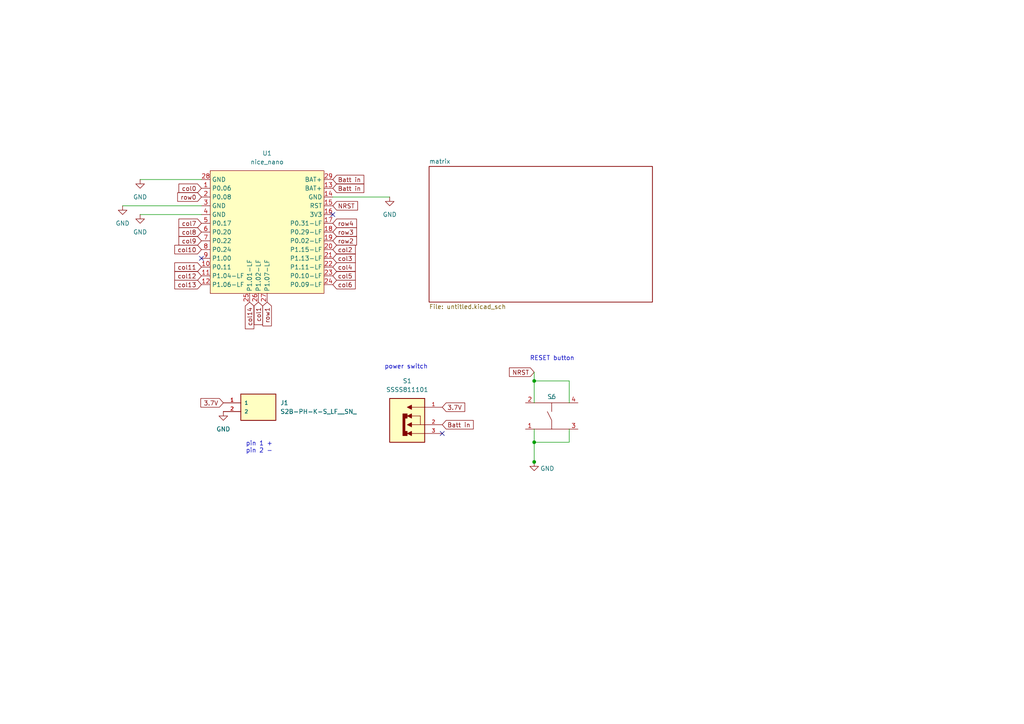
<source format=kicad_sch>
(kicad_sch (version 20231120) (generator "eeschema") (generator_version "8.0")
  (paper "A4")
  (lib_symbols
    (symbol "Custom:EVQ-PUA02K"
      (property "Reference" "S" (at 0 6.35 0))
      (symbol "EVQ-PUA02K_0_1"
        (polyline (pts (xy -5.08 -3.81) (xy 5.08 -3.81)))
        (polyline (pts (xy -5.08 3.81) (xy -5.08 3.81)))
        (polyline (pts (xy -5.08 3.81) (xy 5.08 3.81)))
        (polyline (pts (xy 0 -1.27) (xy 0 -3.81)))
        (polyline (pts (xy 0 -1.27) (xy 0 -1.27)))
        (polyline (pts (xy 0 -1.27) (xy 0 -1.27)))
        (polyline (pts (xy 5.08 3.81) (xy 5.08 3.81)))
        (polyline (pts (xy 0 3.81) (xy 0 1.27) (xy 1.27 -1.27)))
      )
      (symbol "EVQ-PUA02K_1_1"
        (pin passive line (at 5.08 3.81 0) (length 2.54) (name "") (number "1"))
        (pin passive line (at 5.08 -3.81 0) (length 2.54) (name "") (number "2"))
        (pin passive line (at -5.08 3.81 180) (length 2.54) (name "") (number "3"))
        (pin passive line (at -5.08 -3.81 180) (length 2.54) (name "") (number "4"))
      )
    )
    (symbol "GND_1" (power) (pin_numbers hide) (pin_names (offset 0) hide)
      (property "Value" "GND" (at 0 -3.81 0))
      (symbol "GND_1_0_1"
        (polyline (pts (xy 0 0) (xy 0 -1.27) (xy 1.27 -1.27) (xy 0 -2.54) (xy -1.27 -1.27) (xy 0 -1.27)))
      )
      (symbol "GND_1_1_1"
        (pin power_in line (at 0 0 270) (length 0) (name "~") (number "1"))
      )
    )
    (symbol "GND_2" (power) (pin_numbers hide) (pin_names (offset 0) hide)
      (property "Value" "GND" (at 0 -3.81 0))
      (symbol "GND_2_0_1"
        (polyline (pts (xy 0 0) (xy 0 -1.27) (xy 1.27 -1.27) (xy 0 -2.54) (xy -1.27 -1.27) (xy 0 -1.27)))
      )
      (symbol "GND_2_1_1"
        (pin power_in line (at 0 0 270) (length 0) (name "~") (number "1"))
      )
    )
    (symbol "PCM_marbastlib-promicroish:nice_nano" (in_bom no)
      (property "Reference" "U" (at 0 22.86 0))
      (property "Value" "nice_nano" (at 0 20.32 0))
      (symbol "nice_nano_0_0"
        (pin bidirectional line (at -19.05 13.97 0) (length 2.54) (name "P0.06") (number "1"))
        (pin bidirectional line (at -19.05 -8.89 0) (length 2.54) (name "P0.11") (number "10"))
        (pin bidirectional line (at -19.05 -11.43 0) (length 2.54) (name "P1.04-LF") (number "11"))
        (pin bidirectional line (at -19.05 -13.97 0) (length 2.54) (name "P1.06-LF") (number "12"))
        (pin power_out line (at 19.05 11.43 180) (length 2.54) (name "GND") (number "14"))
        (pin bidirectional line (at 19.05 8.89 180) (length 2.54) (name "RST") (number "15"))
        (pin bidirectional line (at 19.05 3.81 180) (length 2.54) (name "P0.31-LF") (number "17"))
        (pin bidirectional line (at 19.05 1.27 180) (length 2.54) (name "P0.29-LF") (number "18"))
        (pin bidirectional line (at 19.05 -1.27 180) (length 2.54) (name "P0.02-LF") (number "19"))
        (pin bidirectional line (at -19.05 11.43 0) (length 2.54) (name "P0.08") (number "2"))
        (pin bidirectional line (at 19.05 -3.81 180) (length 2.54) (name "P1.15-LF") (number "20"))
        (pin bidirectional line (at 19.05 -6.35 180) (length 2.54) (name "P1.13-LF") (number "21"))
        (pin bidirectional line (at 19.05 -8.89 180) (length 2.54) (name "P1.11-LF") (number "22"))
        (pin bidirectional line (at 19.05 -13.97 180) (length 2.54) (name "P0.09-LF") (number "24"))
        (pin power_out line (at -19.05 8.89 0) (length 2.54) (name "GND") (number "3"))
        (pin power_out line (at -19.05 6.35 0) (length 2.54) (name "GND") (number "4"))
        (pin bidirectional line (at -19.05 3.81 0) (length 2.54) (name "P0.17") (number "5"))
        (pin bidirectional line (at -19.05 1.27 0) (length 2.54) (name "P0.20") (number "6"))
        (pin bidirectional line (at -19.05 -1.27 0) (length 2.54) (name "P0.22") (number "7"))
        (pin bidirectional line (at -19.05 -3.81 0) (length 2.54) (name "P0.24") (number "8"))
        (pin bidirectional line (at -19.05 -6.35 0) (length 2.54) (name "P1.00") (number "9"))
      )
      (symbol "nice_nano_1_0"
        (pin power_out line (at 19.05 13.97 180) (length 2.54) (name "BAT+") (number "13"))
        (pin power_out line (at 19.05 6.35 180) (length 2.54) (name "3V3") (number "16"))
        (pin bidirectional line (at 19.05 -11.43 180) (length 2.54) (name "P0.10-LF") (number "23"))
        (pin bidirectional line (at -5.08 -19.05 90) (length 2.54) (name "P1.01-LF") (number "25"))
        (pin bidirectional line (at -2.54 -19.05 90) (length 2.54) (name "P1.02-LF") (number "26"))
        (pin bidirectional line (at 0 -19.05 90) (length 2.54) (name "P1.07-LF") (number "27"))
        (pin power_out line (at -19.05 16.51 0) (length 2.54) (name "GND") (number "28"))
        (pin power_out line (at 19.05 16.51 180) (length 2.54) (name "BAT+") (number "29"))
      )
      (symbol "nice_nano_1_1"
        (rectangle (start -16.51 19.05) (end 16.51 -16.51) (fill (type background)))
      )
    )
    (symbol "S2B-PH-K-S_LF__SN_:S2B-PH-K-S_LF__SN_" (pin_names (offset 1.016))
      (property "Reference" "J" (at -5.08 3.302 0))
      (property "Value" "S2B-PH-K-S_LF__SN_" (at -5.08 -7.62 0))
      (symbol "S2B-PH-K-S_LF__SN__0_0"
        (rectangle (start -5.08 -5.08) (end 5.08 2.54) (stroke (width 0.254)) (fill (type background)))
        (pin passive line (at -10.16 0 0) (length 5.08) (name "1") (number "1"))
        (pin passive line (at -10.16 -2.54 0) (length 5.08) (name "2") (number "2"))
      )
    )
    (symbol "SSSS811101:SSSS811101" (pin_names (offset 1.016))
      (property "Reference" "S" (at -5.08 5.715 0))
      (property "Value" "SSSS811101" (at -5.08 -10.16 0))
      (symbol "SSSS811101_0_0"
        (rectangle (start -5.08 -7.62) (end 5.08 5.08) (stroke (width 0.254)) (fill (type background)))
        (polyline (pts (xy 3.81 -2.54) (xy 1.27 -2.54)) (stroke (width 0.1524)))
        (polyline (pts (xy 3.81 0) (xy 1.27 0)) (stroke (width 0.1524)))
        (polyline (pts (xy 3.81 0) (xy 3.81 -2.54)) (stroke (width 0.1524)))
        (polyline (pts (xy 5.08 -5.08) (xy 1.27 -5.08)) (stroke (width 0.1524)))
        (polyline (pts (xy 5.08 -2.54) (xy 3.81 -2.54)) (stroke (width 0.1524)))
        (polyline (pts (xy 5.08 2.54) (xy 1.27 2.54)) (stroke (width 0.1524)))
        (polyline (pts (xy 1.27 -5.715) (xy 1.27 -4.445) (xy 0 -5.08) (xy 1.27 -5.715)) (stroke (width 0.1524)) (fill (type outline)))
        (polyline (pts (xy 1.27 -3.175) (xy 1.27 -1.905) (xy 0 -2.54) (xy 1.27 -3.175)) (stroke (width 0.1524)) (fill (type outline)))
        (polyline (pts (xy 1.27 -0.635) (xy 1.27 0.635) (xy 0 0) (xy 1.27 -0.635)) (stroke (width 0.1524)) (fill (type outline)))
        (polyline (pts (xy 1.27 1.905) (xy 1.27 3.175) (xy 0 2.54) (xy 1.27 1.905)) (stroke (width 0.1524)) (fill (type outline)))
        (polyline (pts (xy 0 -4.445) (xy 0 -5.715) (xy -1.27 -5.715) (xy -1.27 0.635) (xy 0 0.635) (xy 0 -0.635) (xy -0.635 -0.635) (xy -0.635 -4.445) (xy 0 -4.445)) (stroke (width 0.1524)) (fill (type outline)))
        (pin passive line (at 10.16 2.54 180) (length 5.08) (name "~") (number "1"))
        (pin passive line (at 10.16 -2.54 180) (length 5.08) (name "~") (number "2"))
        (pin passive line (at 10.16 -5.08 180) (length 5.08) (name "~") (number "3"))
      )
    )
    (symbol "power:GND" (power) (pin_names (offset 0))
      (property "Value" "GND" (at 0 -3.81 0))
      (symbol "GND_0_1"
        (polyline (pts (xy 0 0) (xy 0 -1.27) (xy 1.27 -1.27) (xy 0 -2.54) (xy -1.27 -1.27) (xy 0 -1.27)))
      )
      (symbol "GND_1_1"
        (pin power_in line (at 0 0 270) (length 0) hide (name "GND") (number "1"))
      )
    )
  )
  (junction (at 154.94 128.27))
  (junction (at 154.94 110.49))
  (junction (at 154.94 133.985))
  (no_connect (at 96.52 62.23))
  (no_connect (at 58.42 74.93))
  (no_connect (at 128.27 125.73))
  (wire (pts (xy 154.94 128.27) (xy 165.1 128.27)))
  (wire (pts (xy 165.1 124.46) (xy 165.1 128.27)))
  (wire (pts (xy 96.52 57.15) (xy 113.03 57.15)))
  (wire (pts (xy 165.1 110.49) (xy 165.1 116.84)))
  (wire (pts (xy 35.56 59.69) (xy 58.42 59.69)))
  (wire (pts (xy 154.94 133.985) (xy 154.94 134.62)))
  (wire (pts (xy 154.94 124.46) (xy 154.94 128.27)))
  (wire (pts (xy 40.64 62.23) (xy 58.42 62.23)))
  (wire (pts (xy 154.94 110.49) (xy 165.1 110.49)))
  (wire (pts (xy 154.94 110.49) (xy 154.94 116.84)))
  (wire (pts (xy 154.94 107.95) (xy 154.94 110.49)))
  (wire (pts (xy 40.64 52.07) (xy 58.42 52.07)))
  (wire (pts (xy 154.94 128.27) (xy 154.94 133.985)))
  (text "RESET button" (at 153.67 104.775 0) (effects (font (size 1.27 1.27)) (justify left bottom)))
  (text "power switch" (at 111.506 107.188 0) (effects (font (size 1.27 1.27)) (justify left bottom)))
  (text "pin 1 +\npin 2 -" (at 75.184 129.794 0) (effects (font (size 1.27 1.27))))
  (global_label "col6" (shape input) (at 96.52 82.55 0) (property "Intersheetrefs" "${INTERSHEET_REFS}" (effects (hide yes))))
  (global_label "col9" (shape input) (at 58.42 69.85 180) (property "Intersheetrefs" "${INTERSHEET_REFS}" (effects (hide yes))))
  (global_label "col13" (shape input) (at 58.42 82.55 180) (property "Intersheetrefs" "${INTERSHEET_REFS}" (effects (hide yes))))
  (global_label "col4" (shape input) (at 96.52 77.47 0) (property "Intersheetrefs" "${INTERSHEET_REFS}" (effects (hide yes))))
  (global_label "Batt in" (shape input) (at 96.52 52.07 0) (property "Intersheetrefs" "${INTERSHEET_REFS}" (effects (hide yes))))
  (global_label "Batt in" (shape input) (at 96.52 54.61 0) (property "Intersheetrefs" "${INTERSHEET_REFS}" (effects (hide yes))))
  (global_label "NRST" (shape input) (at 154.94 107.95 180) (property "Intersheetrefs" "${INTERSHEET_REFS}" (effects (hide yes))))
  (global_label "row1" (shape input) (at 77.47 87.63 270) (property "Intersheetrefs" "${INTERSHEET_REFS}" (effects (hide yes))))
  (global_label "col8" (shape input) (at 58.42 67.31 180) (property "Intersheetrefs" "${INTERSHEET_REFS}" (effects (hide yes))))
  (global_label "row0" (shape input) (at 58.42 57.15 180) (property "Intersheetrefs" "${INTERSHEET_REFS}" (effects (hide yes))))
  (global_label "col3" (shape input) (at 96.52 74.93 0) (property "Intersheetrefs" "${INTERSHEET_REFS}" (effects (hide yes))))
  (global_label "3.7V" (shape input) (at 128.27 118.11 0) (property "Intersheetrefs" "${INTERSHEET_REFS}" (effects (hide yes))))
  (global_label "col12" (shape input) (at 58.42 80.01 180) (property "Intersheetrefs" "${INTERSHEET_REFS}" (effects (hide yes))))
  (global_label "col1" (shape input) (at 74.93 87.63 270) (property "Intersheetrefs" "${INTERSHEET_REFS}" (effects (hide yes))))
  (global_label "col10" (shape input) (at 58.42 72.39 180) (property "Intersheetrefs" "${INTERSHEET_REFS}" (effects (hide yes))))
  (global_label "col5" (shape input) (at 96.52 80.01 0) (property "Intersheetrefs" "${INTERSHEET_REFS}" (effects (hide yes))))
  (global_label "col14" (shape input) (at 72.39 87.63 270) (property "Intersheetrefs" "${INTERSHEET_REFS}" (effects (hide yes))))
  (global_label "3.7V" (shape input) (at 64.77 116.84 180) (property "Intersheetrefs" "${INTERSHEET_REFS}" (effects (hide yes))))
  (global_label "row3" (shape input) (at 96.52 67.31 0) (property "Intersheetrefs" "${INTERSHEET_REFS}" (effects (hide yes))))
  (global_label "col11" (shape input) (at 58.42 77.47 180) (property "Intersheetrefs" "${INTERSHEET_REFS}" (effects (hide yes))))
  (global_label "NRST" (shape input) (at 96.52 59.69 0) (property "Intersheetrefs" "${INTERSHEET_REFS}" (effects (hide yes))))
  (global_label "row4" (shape input) (at 96.52 64.77 0) (property "Intersheetrefs" "${INTERSHEET_REFS}" (effects (hide yes))))
  (global_label "Batt in" (shape input) (at 128.27 123.19 0) (property "Intersheetrefs" "${INTERSHEET_REFS}" (effects (hide yes))))
  (global_label "row2" (shape input) (at 96.52 69.85 0) (property "Intersheetrefs" "${INTERSHEET_REFS}" (effects (hide yes))))
  (global_label "col2" (shape input) (at 96.52 72.39 0) (property "Intersheetrefs" "${INTERSHEET_REFS}" (effects (hide yes))))
  (global_label "col7" (shape input) (at 58.42 64.77 180) (property "Intersheetrefs" "${INTERSHEET_REFS}" (effects (hide yes))))
  (global_label "col0" (shape input) (at 58.42 54.61 180) (property "Intersheetrefs" "${INTERSHEET_REFS}" (effects (hide yes))))
  (symbol (lib_name "GND_2") (lib_id "power:GND") (at 113.03 57.15 0) (unit 1)
    (property "Reference" "#PWR05" (effects (hide yes)))
    (property "Value" "GND" (at 113.03 62.23 0))
    (property "Description" "Power symbol creates a global label with name \"GND\" , ground" (effects (hide yes)))
  )
  (symbol (lib_name "GND_1") (lib_id "power:GND") (at 64.77 119.38 0) (unit 1)
    (property "Reference" "#PWR01" (effects (hide yes)))
    (property "Value" "GND" (at 64.77 124.46 0))
    (property "Description" "Power symbol creates a global label with name \"GND\" , ground" (effects (hide yes)))
  )
  (symbol (lib_id "S2B-PH-K-S_LF__SN_:S2B-PH-K-S_LF__SN_") (at 74.93 116.84 0) (unit 1)
    (property "Reference" "J1" (at 81.28 116.8399 0) (effects (justify left)))
    (property "Value" "S2B-PH-K-S_LF__SN_" (at 81.28 119.3799 0) (effects (justify left)))
    (property "Footprint" "S2B-PH-K-S_LF__SN_:JST_S2B-PH-K-S_LF__SN_" (effects (hide yes)))
    (property "MF" "JST Sales America Inc." (effects (hide yes)))
    (property "MAXIMUM_PACKAGE_HEIGHT" "4.8mm" (effects (hide yes)))
    (property "PACKAGE" "None" (effects (hide yes)))
    (property "PRICE" "None" (effects (hide yes)))
    (property "Package" "NON STANDARD-2 J.S.T." (effects (hide yes)))
    (property "Check_prices" "https://www.snapeda.com/parts/S2B-PH-K-S(LF)(SN)/JST/view-part/?ref=eda" (effects (hide yes)))
    (property "Price" "None" (effects (hide yes)))
    (property "SnapEDA_Link" "https://www.snapeda.com/parts/S2B-PH-K-S(LF)(SN)/JST/view-part/?ref=snap" (effects (hide yes)))
    (property "MP" "S2B-PH-K-S(LF)(SN)" (effects (hide yes)))
    (property "Description_1" "\n                        \n                            Connector Header Through Hole, Right Angle 2 position\n                        \n" (effects (hide yes)))
    (property "Availability" "In Stock" (effects (hide yes)))
    (property "AVAILABILITY" "Unavailable" (effects (hide yes)))
    (property "DESCRIPTION" "Connector Header Through Hole, Right Angle 2 position" (effects (hide yes)))
  )
  (symbol (lib_name "GND_2") (lib_id "power:GND") (at 40.64 62.23 0) (unit 1)
    (property "Reference" "#PWR04" (effects (hide yes)))
    (property "Value" "GND" (at 40.64 67.31 0))
    (property "Description" "Power symbol creates a global label with name \"GND\" , ground" (effects (hide yes)))
  )
  (symbol (lib_id "Custom:EVQ-PUA02K") (at 160.02 120.65 180) (unit 1)
    (property "Reference" "S6" (at 160.02 115.062 0))
    (property "Value" "~" (at 160.02 115.57 0))
    (property "Footprint" "Custom:EVQ-PUA02K" (effects (hide yes)))
    (property "Datasheet" "https://4donline.ihs.com/images/VipMasterIC/IC/PANA/PANAS38693/PANAS38693-1.pdf?hkey=CECEF36DEECDED6468708AAF2E19C0C6" (effects (hide yes)))
  )
  (symbol (lib_id "PCM_marbastlib-promicroish:nice_nano") (at 77.47 68.58 0) (unit 1) (in_bom no)
    (property "Reference" "U1" (at 77.47 44.45 0))
    (property "Value" "nice_nano" (at 77.47 46.99 0))
    (property "Footprint" "PCM_marbastlib-xp-promicroish:nice_nano_AH_USBup" (effects (hide yes)))
    (property "Datasheet" "https://nicekeyboards.com/docs/nice-nano/pinout-schematic" (effects (hide yes)))
    (property "Description" "Symbol for an nicekeyboards nice!nano" (effects (hide yes)))
  )
  (symbol (lib_id "power:GND") (at 154.94 133.985 0) (mirror y) (unit 1)
    (property "Reference" "#PWR06" (effects (hide yes)))
    (property "Value" "GND" (at 158.75 135.89 0))
  )
  (symbol (lib_name "GND_2") (lib_id "power:GND") (at 40.64 52.07 0) (unit 1)
    (property "Reference" "#PWR02" (effects (hide yes)))
    (property "Value" "GND" (at 40.64 57.15 0))
    (property "Description" "Power symbol creates a global label with name \"GND\" , ground" (effects (hide yes)))
  )
  (symbol (lib_id "SSSS811101:SSSS811101") (at 118.11 120.65 0) (unit 1)
    (property "Reference" "S1" (at 118.11 110.49 0))
    (property "Value" "SSSS811101" (at 118.11 113.03 0))
    (property "Footprint" "SSSS811101:SW_SSSS811101" (effects (hide yes)))
    (property "MF" "ALPS" (effects (hide yes)))
    (property "MAXIMUM_PACKAGE_HEIGHT" "1.60 mm" (effects (hide yes)))
    (property "Package" "None" (effects (hide yes)))
    (property "Price" "None" (effects (hide yes)))
    (property "Check_prices" "https://www.snapeda.com/parts/SSSS811101/ALPS/view-part/?ref=eda" (effects (hide yes)))
    (property "STANDARD" "Manufacturer Recommendations" (effects (hide yes)))
    (property "PARTREV" "N/A" (effects (hide yes)))
    (property "SnapEDA_Link" "https://www.snapeda.com/parts/SSSS811101/ALPS/view-part/?ref=snap" (effects (hide yes)))
    (property "MP" "SSSS811101" (effects (hide yes)))
    (property "Description_1" "\n                        \n                            Switch Slide SP Side Slide 0.3A 5VDC 10000Cycles Gull Wing SMD T/R\n                        \n" (effects (hide yes)))
    (property "Availability" "In Stock" (effects (hide yes)))
    (property "MANUFACTURER" "ALPS" (effects (hide yes)))
  )
  (symbol (lib_name "GND_2") (lib_id "power:GND") (at 35.56 59.69 0) (unit 1)
    (property "Reference" "#PWR03" (effects (hide yes)))
    (property "Value" "GND" (at 35.56 64.77 0))
    (property "Description" "Power symbol creates a global label with name \"GND\" , ground" (effects (hide yes)))
  )
  (sheet (at 124.46 48.26) (size 64.77 39.37) (stroke (width 0.1524))
    (property "Sheetname" "matrix" (at 124.46 47.5484 0) (effects (justify left bottom)))
    (property "Sheetfile" "untitled.kicad_sch" (at 124.46 88.2146 0) (effects (justify left top)))
  )
)
</source>
